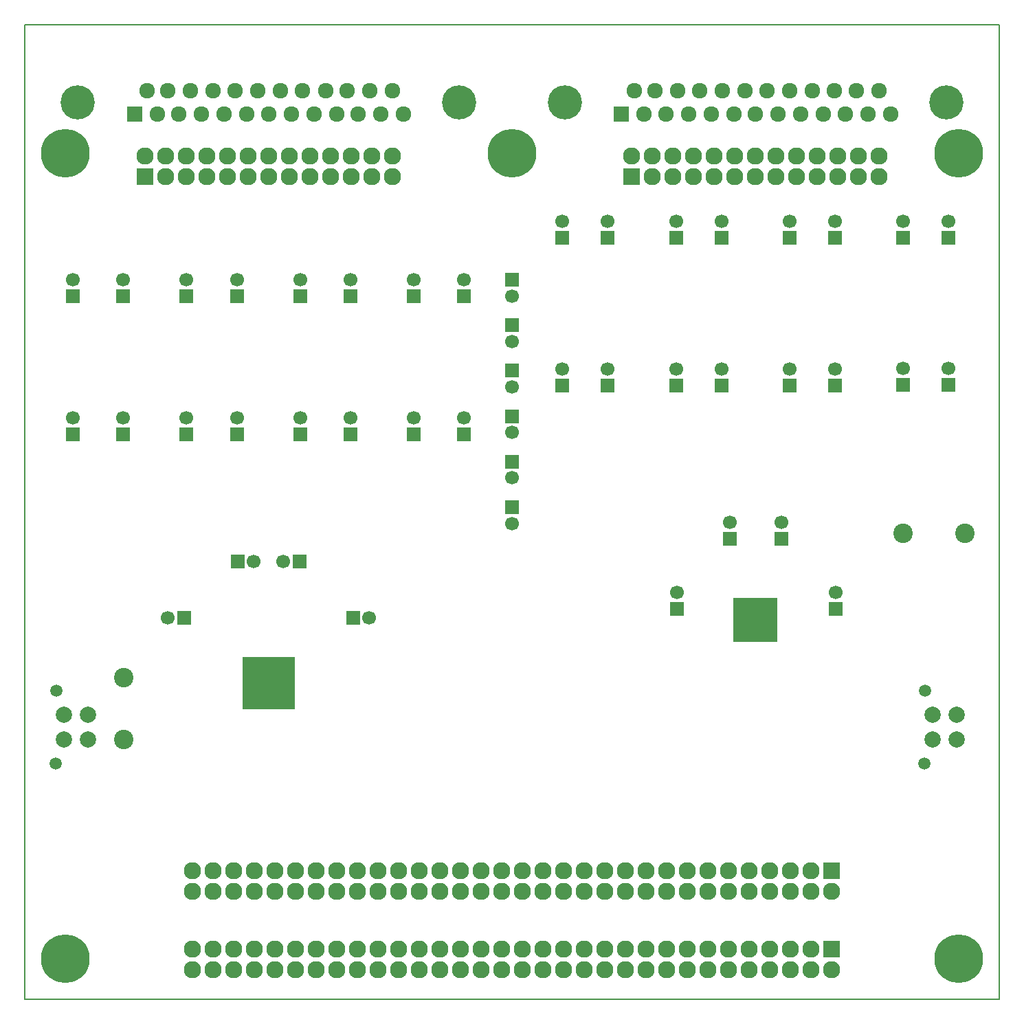
<source format=gbr>
G04 #@! TF.FileFunction,Soldermask,Bot*
%FSLAX46Y46*%
G04 Gerber Fmt 4.6, Leading zero omitted, Abs format (unit mm)*
G04 Created by KiCad (PCBNEW 4.0.7) date Thursday, 09. August 2018 'u49' 18:49:35*
%MOMM*%
%LPD*%
G01*
G04 APERTURE LIST*
%ADD10C,0.100000*%
%ADD11C,0.150000*%
%ADD12C,6.000000*%
%ADD13R,5.500000X5.500000*%
%ADD14R,6.550000X6.550000*%
%ADD15C,2.398980*%
%ADD16C,4.210000*%
%ADD17R,1.924000X1.924000*%
%ADD18C,1.924000*%
%ADD19R,2.127200X2.127200*%
%ADD20O,2.127200X2.127200*%
%ADD21C,1.500000*%
%ADD22C,2.000000*%
%ADD23R,1.700000X1.700000*%
%ADD24C,1.700000*%
G04 APERTURE END LIST*
D10*
D11*
X80000000Y-150000000D02*
X80000000Y-30000000D01*
X200000000Y-150000000D02*
X80000000Y-150000000D01*
X200000000Y-30000000D02*
X200000000Y-150000000D01*
X80000000Y-30000000D02*
X200000000Y-30000000D01*
D12*
X85000000Y-45800000D03*
X195000000Y-45800000D03*
X195000000Y-145000000D03*
X85000000Y-145000000D03*
D13*
X170000000Y-103300000D03*
D14*
X110000000Y-111100000D03*
D15*
X195800000Y-92600000D03*
X188180000Y-92600000D03*
D12*
X140000000Y-45800000D03*
D15*
X92200000Y-118000000D03*
X92200000Y-110380000D03*
D16*
X133495000Y-39500000D03*
X86505000Y-39500000D03*
D17*
X93490000Y-40940000D03*
D18*
X96284000Y-40940000D03*
X98951000Y-40940000D03*
X101745000Y-40940000D03*
X104539000Y-40940000D03*
X107333000Y-40940000D03*
X110000000Y-40940000D03*
X112794000Y-40940000D03*
X115588000Y-40940000D03*
X118382000Y-40940000D03*
X121049000Y-40940000D03*
X123843000Y-40940000D03*
X126637000Y-40940000D03*
X95064800Y-38100000D03*
X97604800Y-38100000D03*
X100398800Y-38100000D03*
X103142000Y-38100000D03*
X105885200Y-38100000D03*
X108679200Y-38100000D03*
X111422400Y-38100000D03*
X114165600Y-38100000D03*
X117010400Y-38100000D03*
X119702800Y-38100000D03*
X122446000Y-38100000D03*
X125240000Y-38100000D03*
D16*
X193495000Y-39500000D03*
X146505000Y-39500000D03*
D17*
X153490000Y-40940000D03*
D18*
X156284000Y-40940000D03*
X158951000Y-40940000D03*
X161745000Y-40940000D03*
X164539000Y-40940000D03*
X167333000Y-40940000D03*
X170000000Y-40940000D03*
X172794000Y-40940000D03*
X175588000Y-40940000D03*
X178382000Y-40940000D03*
X181049000Y-40940000D03*
X183843000Y-40940000D03*
X186637000Y-40940000D03*
X155064800Y-38100000D03*
X157604800Y-38100000D03*
X160398800Y-38100000D03*
X163142000Y-38100000D03*
X165885200Y-38100000D03*
X168679200Y-38100000D03*
X171422400Y-38100000D03*
X174165600Y-38100000D03*
X177010400Y-38100000D03*
X179702800Y-38100000D03*
X182446000Y-38100000D03*
X185240000Y-38100000D03*
D19*
X179370000Y-134200000D03*
D20*
X179370000Y-136740000D03*
X176830000Y-134200000D03*
X176830000Y-136740000D03*
X174290000Y-134200000D03*
X174290000Y-136740000D03*
X171750000Y-134200000D03*
X171750000Y-136740000D03*
X169210000Y-134200000D03*
X169210000Y-136740000D03*
X166670000Y-134200000D03*
X166670000Y-136740000D03*
X164130000Y-134200000D03*
X164130000Y-136740000D03*
X161590000Y-134200000D03*
X161590000Y-136740000D03*
X159050000Y-134200000D03*
X159050000Y-136740000D03*
X156510000Y-134200000D03*
X156510000Y-136740000D03*
X153970000Y-134200000D03*
X153970000Y-136740000D03*
X151430000Y-134200000D03*
X151430000Y-136740000D03*
X148890000Y-134200000D03*
X148890000Y-136740000D03*
X146350000Y-134200000D03*
X146350000Y-136740000D03*
X143810000Y-134200000D03*
X143810000Y-136740000D03*
X141270000Y-134200000D03*
X141270000Y-136740000D03*
X138730000Y-134200000D03*
X138730000Y-136740000D03*
X136190000Y-134200000D03*
X136190000Y-136740000D03*
X133650000Y-134200000D03*
X133650000Y-136740000D03*
X131110000Y-134200000D03*
X131110000Y-136740000D03*
X128570000Y-134200000D03*
X128570000Y-136740000D03*
X126030000Y-134200000D03*
X126030000Y-136740000D03*
X123490000Y-134200000D03*
X123490000Y-136740000D03*
X120950000Y-134200000D03*
X120950000Y-136740000D03*
X118410000Y-134200000D03*
X118410000Y-136740000D03*
X115870000Y-134200000D03*
X115870000Y-136740000D03*
X113330000Y-134200000D03*
X113330000Y-136740000D03*
X110790000Y-134200000D03*
X110790000Y-136740000D03*
X108250000Y-134200000D03*
X108250000Y-136740000D03*
X105710000Y-134200000D03*
X105710000Y-136740000D03*
X103170000Y-134200000D03*
X103170000Y-136740000D03*
X100630000Y-134200000D03*
X100630000Y-136740000D03*
D19*
X179370000Y-143860000D03*
D20*
X179370000Y-146400000D03*
X176830000Y-143860000D03*
X176830000Y-146400000D03*
X174290000Y-143860000D03*
X174290000Y-146400000D03*
X171750000Y-143860000D03*
X171750000Y-146400000D03*
X169210000Y-143860000D03*
X169210000Y-146400000D03*
X166670000Y-143860000D03*
X166670000Y-146400000D03*
X164130000Y-143860000D03*
X164130000Y-146400000D03*
X161590000Y-143860000D03*
X161590000Y-146400000D03*
X159050000Y-143860000D03*
X159050000Y-146400000D03*
X156510000Y-143860000D03*
X156510000Y-146400000D03*
X153970000Y-143860000D03*
X153970000Y-146400000D03*
X151430000Y-143860000D03*
X151430000Y-146400000D03*
X148890000Y-143860000D03*
X148890000Y-146400000D03*
X146350000Y-143860000D03*
X146350000Y-146400000D03*
X143810000Y-143860000D03*
X143810000Y-146400000D03*
X141270000Y-143860000D03*
X141270000Y-146400000D03*
X138730000Y-143860000D03*
X138730000Y-146400000D03*
X136190000Y-143860000D03*
X136190000Y-146400000D03*
X133650000Y-143860000D03*
X133650000Y-146400000D03*
X131110000Y-143860000D03*
X131110000Y-146400000D03*
X128570000Y-143860000D03*
X128570000Y-146400000D03*
X126030000Y-143860000D03*
X126030000Y-146400000D03*
X123490000Y-143860000D03*
X123490000Y-146400000D03*
X120950000Y-143860000D03*
X120950000Y-146400000D03*
X118410000Y-143860000D03*
X118410000Y-146400000D03*
X115870000Y-143860000D03*
X115870000Y-146400000D03*
X113330000Y-143860000D03*
X113330000Y-146400000D03*
X110790000Y-143860000D03*
X110790000Y-146400000D03*
X108250000Y-143860000D03*
X108250000Y-146400000D03*
X105710000Y-143860000D03*
X105710000Y-146400000D03*
X103170000Y-143860000D03*
X103170000Y-146400000D03*
X100630000Y-143860000D03*
X100630000Y-146400000D03*
D21*
X83800000Y-121000000D03*
D22*
X87800000Y-115000000D03*
X87800000Y-118000000D03*
X84800000Y-115000000D03*
X84800000Y-118000000D03*
D21*
X83860000Y-112000000D03*
X190800000Y-121000000D03*
D22*
X194800000Y-115000000D03*
X194800000Y-118000000D03*
X191800000Y-115000000D03*
X191800000Y-118000000D03*
D21*
X190860000Y-112000000D03*
D19*
X94760000Y-48700000D03*
D20*
X94760000Y-46160000D03*
X97300000Y-48700000D03*
X97300000Y-46160000D03*
X99840000Y-48700000D03*
X99840000Y-46160000D03*
X102380000Y-48700000D03*
X102380000Y-46160000D03*
X104920000Y-48700000D03*
X104920000Y-46160000D03*
X107460000Y-48700000D03*
X107460000Y-46160000D03*
X110000000Y-48700000D03*
X110000000Y-46160000D03*
X112540000Y-48700000D03*
X112540000Y-46160000D03*
X115080000Y-48700000D03*
X115080000Y-46160000D03*
X117620000Y-48700000D03*
X117620000Y-46160000D03*
X120160000Y-48700000D03*
X120160000Y-46160000D03*
X122700000Y-48700000D03*
X122700000Y-46160000D03*
X125240000Y-48700000D03*
X125240000Y-46160000D03*
D19*
X154760000Y-48700000D03*
D20*
X154760000Y-46160000D03*
X157300000Y-48700000D03*
X157300000Y-46160000D03*
X159840000Y-48700000D03*
X159840000Y-46160000D03*
X162380000Y-48700000D03*
X162380000Y-46160000D03*
X164920000Y-48700000D03*
X164920000Y-46160000D03*
X167460000Y-48700000D03*
X167460000Y-46160000D03*
X170000000Y-48700000D03*
X170000000Y-46160000D03*
X172540000Y-48700000D03*
X172540000Y-46160000D03*
X175080000Y-48700000D03*
X175080000Y-46160000D03*
X177620000Y-48700000D03*
X177620000Y-46160000D03*
X180160000Y-48700000D03*
X180160000Y-46160000D03*
X182700000Y-48700000D03*
X182700000Y-46160000D03*
X185240000Y-48700000D03*
X185240000Y-46160000D03*
D23*
X85900000Y-63400000D03*
D24*
X85900000Y-61400000D03*
D23*
X140000000Y-89400000D03*
D24*
X140000000Y-91400000D03*
D23*
X140000000Y-83800000D03*
D24*
X140000000Y-85800000D03*
D23*
X140000000Y-78200000D03*
D24*
X140000000Y-80200000D03*
D23*
X140000000Y-67000000D03*
D24*
X140000000Y-69000000D03*
D23*
X140000000Y-72600000D03*
D24*
X140000000Y-74600000D03*
D23*
X140000000Y-61400000D03*
D24*
X140000000Y-63400000D03*
D23*
X179800000Y-74400000D03*
D24*
X179800000Y-72400000D03*
D23*
X179900000Y-101900000D03*
D24*
X179900000Y-99900000D03*
D23*
X173200000Y-93300000D03*
D24*
X173200000Y-91300000D03*
D23*
X166800000Y-93300000D03*
D24*
X166800000Y-91300000D03*
D23*
X160300000Y-101900000D03*
D24*
X160300000Y-99900000D03*
D23*
X85900000Y-80400000D03*
D24*
X85900000Y-78400000D03*
D23*
X92100000Y-63400000D03*
D24*
X92100000Y-61400000D03*
D23*
X92100000Y-80400000D03*
D24*
X92100000Y-78400000D03*
D23*
X99900000Y-63400000D03*
D24*
X99900000Y-61400000D03*
D23*
X99900000Y-80400000D03*
D24*
X99900000Y-78400000D03*
D23*
X106100000Y-63400000D03*
D24*
X106100000Y-61400000D03*
D23*
X106100000Y-80400000D03*
D24*
X106100000Y-78400000D03*
D23*
X113900000Y-80400000D03*
D24*
X113900000Y-78400000D03*
D23*
X120100000Y-63400000D03*
D24*
X120100000Y-61400000D03*
D23*
X120100000Y-80400000D03*
D24*
X120100000Y-78400000D03*
D23*
X127900000Y-80400000D03*
D24*
X127900000Y-78400000D03*
D23*
X134100000Y-63400000D03*
D24*
X134100000Y-61400000D03*
D23*
X134100000Y-80400000D03*
D24*
X134100000Y-78400000D03*
D23*
X151800000Y-56200000D03*
D24*
X151800000Y-54200000D03*
D23*
X151800000Y-74400000D03*
D24*
X151800000Y-72400000D03*
D23*
X146200000Y-56200000D03*
D24*
X146200000Y-54200000D03*
D23*
X146200000Y-74400000D03*
D24*
X146200000Y-72400000D03*
D23*
X165800000Y-56200000D03*
D24*
X165800000Y-54200000D03*
D23*
X165800000Y-74400000D03*
D24*
X165800000Y-72400000D03*
D23*
X160200000Y-56200000D03*
D24*
X160200000Y-54200000D03*
D23*
X160200000Y-74400000D03*
D24*
X160200000Y-72400000D03*
D23*
X179800000Y-56200000D03*
D24*
X179800000Y-54200000D03*
D23*
X174200000Y-56200000D03*
D24*
X174200000Y-54200000D03*
D23*
X174200000Y-74400000D03*
D24*
X174200000Y-72400000D03*
D23*
X193800000Y-56200000D03*
D24*
X193800000Y-54200000D03*
D23*
X193800000Y-74300000D03*
D24*
X193800000Y-72300000D03*
D23*
X188200000Y-56200000D03*
D24*
X188200000Y-54200000D03*
D23*
X188200000Y-74300000D03*
D24*
X188200000Y-72300000D03*
D23*
X113800000Y-96100000D03*
D24*
X111800000Y-96100000D03*
D23*
X99600000Y-103000000D03*
D24*
X97600000Y-103000000D03*
D23*
X106200000Y-96100000D03*
D24*
X108200000Y-96100000D03*
D23*
X120400000Y-103000000D03*
D24*
X122400000Y-103000000D03*
D23*
X113900000Y-63400000D03*
D24*
X113900000Y-61400000D03*
D23*
X127900000Y-63400000D03*
D24*
X127900000Y-61400000D03*
M02*

</source>
